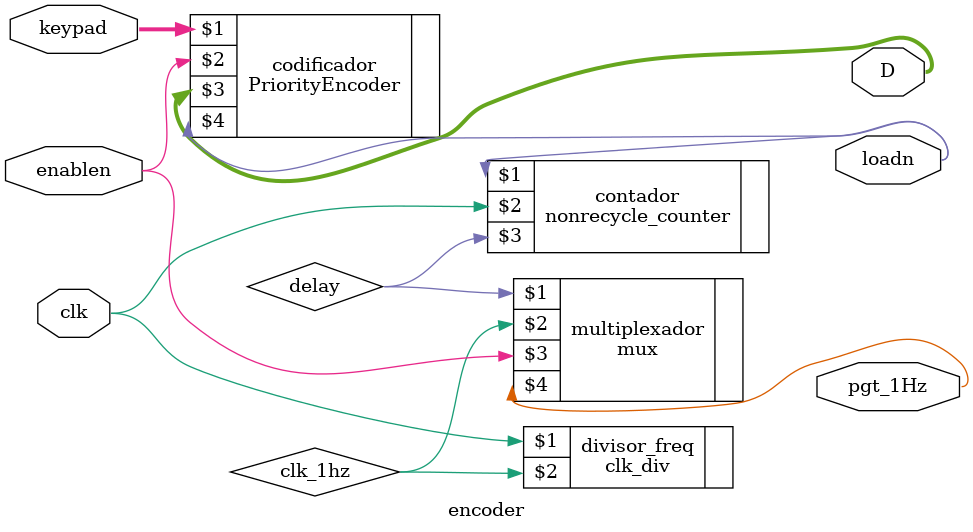
<source format=v>
`include "..\Nivel03\PriorityEncoder.v"
`include "..\Nivel03\nonrecycle_counter.v"
`include "..\Nivel03\clk_div.v"
`include "..\Nivel03\mux.v"

module encoder (
    input wire[9:0] keypad, input wire enablen, clk,
    output wire[3:0] D, output wire loadn, pgt_1Hz
);

wire clk_1hz;
wire delay;

PriorityEncoder codificador(keypad[9:0], enablen, D[3:0], loadn);
clk_div divisor_freq(clk, clk_1hz);
nonrecycle_counter contador(loadn, clk, delay);
mux multiplexador(delay, clk_1hz, enablen, pgt_1Hz);
    
endmodule
</source>
